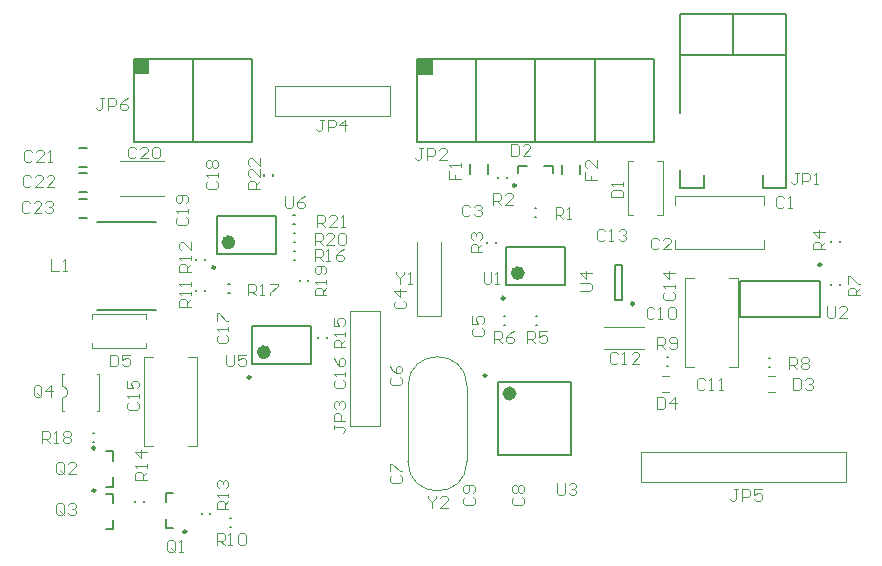
<source format=gto>
G04*
G04 #@! TF.GenerationSoftware,Altium Limited,Altium Designer,18.1.1 (9)*
G04*
G04 Layer_Color=65535*
%FSLAX42Y42*%
%MOMM*%
G71*
G01*
G75*
%ADD10C,0.12*%
%ADD11C,0.60*%
%ADD12C,0.25*%
%ADD13C,0.20*%
%ADD14C,0.15*%
G36*
X1100Y4825D02*
X1225Y4825D01*
Y4950D01*
X1100Y4950D01*
Y4825D01*
D02*
G37*
G36*
X3500Y4825D02*
X3625D01*
Y4950D01*
X3500D01*
Y4825D01*
D02*
G37*
D10*
X3420Y1546D02*
G03*
X3920Y1546I250J0D01*
G01*
Y2182D02*
G03*
X3420Y2182I-250J0D01*
G01*
X495Y2080D02*
G03*
X495Y2180I-5J50D01*
G01*
X3920Y1546D02*
Y2182D01*
X3420Y1546D02*
Y2182D01*
X788Y1975D02*
X805D01*
Y2285D01*
X788D02*
X805D01*
X495Y1975D02*
X512D01*
X495Y2285D02*
X512D01*
X495Y1975D02*
Y2080D01*
Y2180D02*
Y2285D01*
X5567Y2135D02*
X5633D01*
X5567Y2265D02*
X5633D01*
X6468D02*
X6532D01*
X6468Y2135D02*
X6532D01*
X5396Y1373D02*
Y1627D01*
X7128D01*
Y1373D02*
Y1627D01*
X5396Y1373D02*
X7128D01*
X2296Y4473D02*
X3266D01*
Y4727D01*
X2296D02*
X3266D01*
X2296Y4473D02*
Y4727D01*
X2933Y1846D02*
Y2816D01*
Y1846D02*
X3187D01*
Y2816D01*
X2933D02*
X3187D01*
X741Y2750D02*
Y2796D01*
X1199Y2504D02*
Y2550D01*
X741Y2504D02*
X1199D01*
X741D02*
Y2550D01*
Y2796D02*
X1199D01*
Y2750D02*
Y2796D01*
X5284Y3631D02*
X5329D01*
X5531Y4089D02*
X5576D01*
Y3631D02*
Y4089D01*
X5531Y3631D02*
X5576D01*
X5284D02*
Y4089D01*
X5329D01*
X6435Y3719D02*
Y3795D01*
Y3345D02*
Y3421D01*
X5685Y3795D02*
X6435D01*
X5685Y3719D02*
Y3795D01*
Y3345D02*
X6435D01*
X5685D02*
Y3421D01*
X6139Y3095D02*
X6215D01*
Y2345D02*
Y3095D01*
X6139Y2345D02*
X6215D01*
X5765Y3095D02*
X5841D01*
X5765Y2345D02*
X5841D01*
X5765D02*
Y3095D01*
X5080Y2680D02*
X5420D01*
X5080Y2500D02*
X5420D01*
X3700Y2780D02*
Y3400D01*
X3500Y2780D02*
X3700D01*
X3500D02*
Y3400D01*
X1559Y2427D02*
X1635D01*
Y1677D02*
Y2427D01*
X1559Y1677D02*
X1635D01*
X1185Y2427D02*
X1261D01*
X1185Y1677D02*
X1261D01*
X1185D02*
Y2427D01*
X985Y4090D02*
X1355D01*
X985Y3790D02*
X1355D01*
X3977Y2677D02*
X3960Y2660D01*
Y2627D01*
X3977Y2610D01*
X4043D01*
X4060Y2627D01*
Y2660D01*
X4043Y2677D01*
X3960Y2777D02*
Y2710D01*
X4010D01*
X3993Y2743D01*
Y2760D01*
X4010Y2777D01*
X4043D01*
X4060Y2760D01*
Y2727D01*
X4043Y2710D01*
X3317Y2907D02*
X3300Y2890D01*
Y2857D01*
X3317Y2840D01*
X3383D01*
X3400Y2857D01*
Y2890D01*
X3383Y2907D01*
X3400Y2990D02*
X3300D01*
X3350Y2940D01*
Y3007D01*
X4430Y2550D02*
Y2650D01*
X4480D01*
X4497Y2633D01*
Y2600D01*
X4480Y2583D01*
X4430D01*
X4463D02*
X4497Y2550D01*
X4597Y2650D02*
X4530D01*
Y2600D01*
X4563Y2617D01*
X4580D01*
X4597Y2600D01*
Y2567D01*
X4580Y2550D01*
X4547D01*
X4530Y2567D01*
X4150Y2550D02*
Y2650D01*
X4200D01*
X4217Y2633D01*
Y2600D01*
X4200Y2583D01*
X4150D01*
X4183D02*
X4217Y2550D01*
X4317Y2650D02*
X4283Y2633D01*
X4250Y2600D01*
Y2567D01*
X4267Y2550D01*
X4300D01*
X4317Y2567D01*
Y2583D01*
X4300Y2600D01*
X4250D01*
X2380Y3790D02*
Y3707D01*
X2397Y3690D01*
X2430D01*
X2447Y3707D01*
Y3790D01*
X2547D02*
X2513Y3773D01*
X2480Y3740D01*
Y3707D01*
X2497Y3690D01*
X2530D01*
X2547Y3707D01*
Y3723D01*
X2530Y3740D01*
X2480D01*
X2730Y2950D02*
X2630D01*
Y3000D01*
X2647Y3017D01*
X2680D01*
X2697Y3000D01*
Y2950D01*
Y2983D02*
X2730Y3017D01*
Y3050D02*
Y3083D01*
Y3067D01*
X2630D01*
X2647Y3050D01*
X2713Y3133D02*
X2730Y3150D01*
Y3183D01*
X2713Y3200D01*
X2647D01*
X2630Y3183D01*
Y3150D01*
X2647Y3133D01*
X2663D01*
X2680Y3150D01*
Y3200D01*
X1477Y3617D02*
X1460Y3600D01*
Y3567D01*
X1477Y3550D01*
X1543D01*
X1560Y3567D01*
Y3600D01*
X1543Y3617D01*
X1560Y3650D02*
Y3683D01*
Y3667D01*
X1460D01*
X1477Y3650D01*
X1543Y3733D02*
X1560Y3750D01*
Y3783D01*
X1543Y3800D01*
X1477D01*
X1460Y3783D01*
Y3750D01*
X1477Y3733D01*
X1493D01*
X1510Y3750D01*
Y3800D01*
X6650Y2330D02*
Y2430D01*
X6700D01*
X6717Y2413D01*
Y2380D01*
X6700Y2363D01*
X6650D01*
X6683D02*
X6717Y2330D01*
X6750Y2413D02*
X6767Y2430D01*
X6800D01*
X6817Y2413D01*
Y2397D01*
X6800Y2380D01*
X6817Y2363D01*
Y2347D01*
X6800Y2330D01*
X6767D01*
X6750Y2347D01*
Y2363D01*
X6767Y2380D01*
X6750Y2397D01*
Y2413D01*
X6767Y2380D02*
X6800D01*
X6970Y2860D02*
Y2777D01*
X6987Y2760D01*
X7020D01*
X7037Y2777D01*
Y2860D01*
X7137Y2760D02*
X7070D01*
X7137Y2827D01*
Y2843D01*
X7120Y2860D01*
X7087D01*
X7070Y2843D01*
X7250Y2950D02*
X7150D01*
Y3000D01*
X7167Y3017D01*
X7200D01*
X7217Y3000D01*
Y2950D01*
Y2983D02*
X7250Y3017D01*
X7150Y3050D02*
Y3117D01*
X7167D01*
X7233Y3050D01*
X7250D01*
X6950Y3340D02*
X6850D01*
Y3390D01*
X6867Y3407D01*
X6900D01*
X6917Y3390D01*
Y3340D01*
Y3373D02*
X6950Y3407D01*
Y3490D02*
X6850D01*
X6900Y3440D01*
Y3507D01*
X6727Y3990D02*
X6693D01*
X6710D01*
Y3907D01*
X6693Y3890D01*
X6677D01*
X6660Y3907D01*
X6760Y3890D02*
Y3990D01*
X6810D01*
X6827Y3973D01*
Y3940D01*
X6810Y3923D01*
X6760D01*
X6860Y3890D02*
X6893D01*
X6877D01*
Y3990D01*
X6860Y3973D01*
X6607Y3773D02*
X6590Y3790D01*
X6557D01*
X6540Y3773D01*
Y3707D01*
X6557Y3690D01*
X6590D01*
X6607Y3707D01*
X6640Y3690D02*
X6673D01*
X6657D01*
Y3790D01*
X6640Y3773D01*
X5140Y3780D02*
X5240D01*
Y3830D01*
X5223Y3847D01*
X5157D01*
X5140Y3830D01*
Y3780D01*
X5240Y3880D02*
Y3913D01*
Y3897D01*
X5140D01*
X5157Y3880D01*
X4920Y3997D02*
Y3930D01*
X4970D01*
Y3963D01*
Y3930D01*
X5020D01*
Y4097D02*
Y4030D01*
X4953Y4097D01*
X4937D01*
X4920Y4080D01*
Y4047D01*
X4937Y4030D01*
X4290Y4230D02*
Y4130D01*
X4340D01*
X4357Y4147D01*
Y4213D01*
X4340Y4230D01*
X4290D01*
X4457Y4130D02*
X4390D01*
X4457Y4197D01*
Y4213D01*
X4440Y4230D01*
X4407D01*
X4390Y4213D01*
X4140Y3720D02*
Y3820D01*
X4190D01*
X4207Y3803D01*
Y3770D01*
X4190Y3753D01*
X4140D01*
X4173D02*
X4207Y3720D01*
X4307D02*
X4240D01*
X4307Y3787D01*
Y3803D01*
X4290Y3820D01*
X4257D01*
X4240Y3803D01*
X3770Y4002D02*
Y3935D01*
X3820D01*
Y3968D01*
Y3935D01*
X3870D01*
Y4035D02*
Y4068D01*
Y4052D01*
X3770D01*
X3787Y4035D01*
X4670Y3600D02*
Y3700D01*
X4720D01*
X4737Y3683D01*
Y3650D01*
X4720Y3633D01*
X4670D01*
X4703D02*
X4737Y3600D01*
X4770D02*
X4803D01*
X4787D01*
Y3700D01*
X4770Y3683D01*
X3947Y3703D02*
X3930Y3720D01*
X3897D01*
X3880Y3703D01*
Y3637D01*
X3897Y3620D01*
X3930D01*
X3947Y3637D01*
X3980Y3703D02*
X3997Y3720D01*
X4030D01*
X4047Y3703D01*
Y3687D01*
X4030Y3670D01*
X4013D01*
X4030D01*
X4047Y3653D01*
Y3637D01*
X4030Y3620D01*
X3997D01*
X3980Y3637D01*
X4050Y3320D02*
X3950D01*
Y3370D01*
X3967Y3387D01*
X4000D01*
X4017Y3370D01*
Y3320D01*
Y3353D02*
X4050Y3387D01*
X3967Y3420D02*
X3950Y3437D01*
Y3470D01*
X3967Y3487D01*
X3983D01*
X4000Y3470D01*
Y3453D01*
Y3470D01*
X4017Y3487D01*
X4033D01*
X4050Y3470D01*
Y3437D01*
X4033Y3420D01*
X4060Y3150D02*
Y3067D01*
X4077Y3050D01*
X4110D01*
X4127Y3067D01*
Y3150D01*
X4160Y3050D02*
X4193D01*
X4177D01*
Y3150D01*
X4160Y3133D01*
X5087Y3493D02*
X5070Y3510D01*
X5037D01*
X5020Y3493D01*
Y3427D01*
X5037Y3410D01*
X5070D01*
X5087Y3427D01*
X5120Y3410D02*
X5153D01*
X5137D01*
Y3510D01*
X5120Y3493D01*
X5203D02*
X5220Y3510D01*
X5253D01*
X5270Y3493D01*
Y3477D01*
X5253Y3460D01*
X5237D01*
X5253D01*
X5270Y3443D01*
Y3427D01*
X5253Y3410D01*
X5220D01*
X5203Y3427D01*
X5547Y3423D02*
X5530Y3440D01*
X5497D01*
X5480Y3423D01*
Y3357D01*
X5497Y3340D01*
X5530D01*
X5547Y3357D01*
X5647Y3340D02*
X5580D01*
X5647Y3407D01*
Y3423D01*
X5630Y3440D01*
X5597D01*
X5580Y3423D01*
X5597Y2977D02*
X5580Y2960D01*
Y2927D01*
X5597Y2910D01*
X5663D01*
X5680Y2927D01*
Y2960D01*
X5663Y2977D01*
X5680Y3010D02*
Y3043D01*
Y3027D01*
X5580D01*
X5597Y3010D01*
X5680Y3143D02*
X5580D01*
X5630Y3093D01*
Y3160D01*
X5507Y2833D02*
X5490Y2850D01*
X5457D01*
X5440Y2833D01*
Y2767D01*
X5457Y2750D01*
X5490D01*
X5507Y2767D01*
X5540Y2750D02*
X5573D01*
X5557D01*
Y2850D01*
X5540Y2833D01*
X5623D02*
X5640Y2850D01*
X5673D01*
X5690Y2833D01*
Y2767D01*
X5673Y2750D01*
X5640D01*
X5623Y2767D01*
Y2833D01*
X5937Y2233D02*
X5920Y2250D01*
X5887D01*
X5870Y2233D01*
Y2167D01*
X5887Y2150D01*
X5920D01*
X5937Y2167D01*
X5970Y2150D02*
X6003D01*
X5987D01*
Y2250D01*
X5970Y2233D01*
X6053Y2150D02*
X6087D01*
X6070D01*
Y2250D01*
X6053Y2233D01*
X5530Y2090D02*
Y1990D01*
X5580D01*
X5597Y2007D01*
Y2073D01*
X5580Y2090D01*
X5530D01*
X5680Y1990D02*
Y2090D01*
X5630Y2040D01*
X5697D01*
X5530Y2500D02*
Y2600D01*
X5580D01*
X5597Y2583D01*
Y2550D01*
X5580Y2533D01*
X5530D01*
X5563D02*
X5597Y2500D01*
X5630Y2517D02*
X5647Y2500D01*
X5680D01*
X5697Y2517D01*
Y2583D01*
X5680Y2600D01*
X5647D01*
X5630Y2583D01*
Y2567D01*
X5647Y2550D01*
X5697D01*
X5197Y2453D02*
X5180Y2470D01*
X5147D01*
X5130Y2453D01*
Y2387D01*
X5147Y2370D01*
X5180D01*
X5197Y2387D01*
X5230Y2370D02*
X5263D01*
X5247D01*
Y2470D01*
X5230Y2453D01*
X5380Y2370D02*
X5313D01*
X5380Y2437D01*
Y2453D01*
X5363Y2470D01*
X5330D01*
X5313Y2453D01*
X6217Y1310D02*
X6183D01*
X6200D01*
Y1227D01*
X6183Y1210D01*
X6167D01*
X6150Y1227D01*
X6250Y1210D02*
Y1310D01*
X6300D01*
X6317Y1293D01*
Y1260D01*
X6300Y1243D01*
X6250D01*
X6417Y1310D02*
X6350D01*
Y1260D01*
X6383Y1277D01*
X6400D01*
X6417Y1260D01*
Y1227D01*
X6400Y1210D01*
X6367D01*
X6350Y1227D01*
X4680Y1360D02*
Y1277D01*
X4697Y1260D01*
X4730D01*
X4747Y1277D01*
Y1360D01*
X4780Y1343D02*
X4797Y1360D01*
X4830D01*
X4847Y1343D01*
Y1327D01*
X4830Y1310D01*
X4813D01*
X4830D01*
X4847Y1293D01*
Y1277D01*
X4830Y1260D01*
X4797D01*
X4780Y1277D01*
X4317Y1247D02*
X4300Y1230D01*
Y1197D01*
X4317Y1180D01*
X4383D01*
X4400Y1197D01*
Y1230D01*
X4383Y1247D01*
X4317Y1280D02*
X4300Y1297D01*
Y1330D01*
X4317Y1347D01*
X4333D01*
X4350Y1330D01*
X4367Y1347D01*
X4383D01*
X4400Y1330D01*
Y1297D01*
X4383Y1280D01*
X4367D01*
X4350Y1297D01*
X4333Y1280D01*
X4317D01*
X4350Y1297D02*
Y1330D01*
X3907Y1247D02*
X3890Y1230D01*
Y1197D01*
X3907Y1180D01*
X3973D01*
X3990Y1197D01*
Y1230D01*
X3973Y1247D01*
Y1280D02*
X3990Y1297D01*
Y1330D01*
X3973Y1347D01*
X3907D01*
X3890Y1330D01*
Y1297D01*
X3907Y1280D01*
X3923D01*
X3940Y1297D01*
Y1347D01*
X3590Y1250D02*
Y1233D01*
X3623Y1200D01*
X3657Y1233D01*
Y1250D01*
X3623Y1200D02*
Y1150D01*
X3757D02*
X3690D01*
X3757Y1217D01*
Y1233D01*
X3740Y1250D01*
X3707D01*
X3690Y1233D01*
X3287Y1427D02*
X3270Y1410D01*
Y1377D01*
X3287Y1360D01*
X3353D01*
X3370Y1377D01*
Y1410D01*
X3353Y1427D01*
X3270Y1460D02*
Y1527D01*
X3287D01*
X3353Y1460D01*
X3370D01*
X3287Y2257D02*
X3270Y2240D01*
Y2207D01*
X3287Y2190D01*
X3353D01*
X3370Y2207D01*
Y2240D01*
X3353Y2257D01*
X3270Y2357D02*
X3287Y2323D01*
X3320Y2290D01*
X3353D01*
X3370Y2307D01*
Y2340D01*
X3353Y2357D01*
X3337D01*
X3320Y2340D01*
Y2290D01*
X2790Y1857D02*
Y1823D01*
Y1840D01*
X2873D01*
X2890Y1823D01*
Y1807D01*
X2873Y1790D01*
X2890Y1890D02*
X2790D01*
Y1940D01*
X2807Y1957D01*
X2840D01*
X2857Y1940D01*
Y1890D01*
X2807Y1990D02*
X2790Y2007D01*
Y2040D01*
X2807Y2057D01*
X2823D01*
X2840Y2040D01*
Y2023D01*
Y2040D01*
X2857Y2057D01*
X2873D01*
X2890Y2040D01*
Y2007D01*
X2873Y1990D01*
X3320Y3150D02*
Y3133D01*
X3353Y3100D01*
X3387Y3133D01*
Y3150D01*
X3353Y3100D02*
Y3050D01*
X3420D02*
X3453D01*
X3437D01*
Y3150D01*
X3420Y3133D01*
X3547Y4200D02*
X3513D01*
X3530D01*
Y4117D01*
X3513Y4100D01*
X3497D01*
X3480Y4117D01*
X3580Y4100D02*
Y4200D01*
X3630D01*
X3647Y4183D01*
Y4150D01*
X3630Y4133D01*
X3580D01*
X3747Y4100D02*
X3680D01*
X3747Y4167D01*
Y4183D01*
X3730Y4200D01*
X3697D01*
X3680Y4183D01*
X2707Y4440D02*
X2673D01*
X2690D01*
Y4357D01*
X2673Y4340D01*
X2657D01*
X2640Y4357D01*
X2740Y4340D02*
Y4440D01*
X2790D01*
X2807Y4423D01*
Y4390D01*
X2790Y4373D01*
X2740D01*
X2890Y4340D02*
Y4440D01*
X2840Y4390D01*
X2907D01*
X847Y4620D02*
X813D01*
X830D01*
Y4537D01*
X813Y4520D01*
X797D01*
X780Y4537D01*
X880Y4520D02*
Y4620D01*
X930D01*
X947Y4603D01*
Y4570D01*
X930Y4553D01*
X880D01*
X1047Y4620D02*
X1013Y4603D01*
X980Y4570D01*
Y4537D01*
X997Y4520D01*
X1030D01*
X1047Y4537D01*
Y4553D01*
X1030Y4570D01*
X980D01*
X1727Y3917D02*
X1710Y3900D01*
Y3867D01*
X1727Y3850D01*
X1793D01*
X1810Y3867D01*
Y3900D01*
X1793Y3917D01*
X1810Y3950D02*
Y3983D01*
Y3967D01*
X1710D01*
X1727Y3950D01*
Y4033D02*
X1710Y4050D01*
Y4083D01*
X1727Y4100D01*
X1743D01*
X1760Y4083D01*
X1777Y4100D01*
X1793D01*
X1810Y4083D01*
Y4050D01*
X1793Y4033D01*
X1777D01*
X1760Y4050D01*
X1743Y4033D01*
X1727D01*
X1760Y4050D02*
Y4083D01*
X2170Y3850D02*
X2070D01*
Y3900D01*
X2087Y3917D01*
X2120D01*
X2137Y3900D01*
Y3850D01*
Y3883D02*
X2170Y3917D01*
Y4017D02*
Y3950D01*
X2103Y4017D01*
X2087D01*
X2070Y4000D01*
Y3967D01*
X2087Y3950D01*
X2170Y4117D02*
Y4050D01*
X2103Y4117D01*
X2087D01*
X2070Y4100D01*
Y4067D01*
X2087Y4050D01*
X2650Y3530D02*
Y3630D01*
X2700D01*
X2717Y3613D01*
Y3580D01*
X2700Y3563D01*
X2650D01*
X2683D02*
X2717Y3530D01*
X2817D02*
X2750D01*
X2817Y3597D01*
Y3613D01*
X2800Y3630D01*
X2767D01*
X2750Y3613D01*
X2850Y3530D02*
X2883D01*
X2867D01*
Y3630D01*
X2850Y3613D01*
X2630Y3380D02*
Y3480D01*
X2680D01*
X2697Y3463D01*
Y3430D01*
X2680Y3413D01*
X2630D01*
X2663D02*
X2697Y3380D01*
X2797D02*
X2730D01*
X2797Y3447D01*
Y3463D01*
X2780Y3480D01*
X2747D01*
X2730Y3463D01*
X2830D02*
X2847Y3480D01*
X2880D01*
X2897Y3463D01*
Y3397D01*
X2880Y3380D01*
X2847D01*
X2830Y3397D01*
Y3463D01*
X2807Y2237D02*
X2790Y2220D01*
Y2187D01*
X2807Y2170D01*
X2873D01*
X2890Y2187D01*
Y2220D01*
X2873Y2237D01*
X2890Y2270D02*
Y2303D01*
Y2287D01*
X2790D01*
X2807Y2270D01*
X2790Y2420D02*
X2807Y2387D01*
X2840Y2353D01*
X2873D01*
X2890Y2370D01*
Y2403D01*
X2873Y2420D01*
X2857D01*
X2840Y2403D01*
Y2353D01*
X2890Y2510D02*
X2790D01*
Y2560D01*
X2807Y2577D01*
X2840D01*
X2857Y2560D01*
Y2510D01*
Y2543D02*
X2890Y2577D01*
Y2610D02*
Y2643D01*
Y2627D01*
X2790D01*
X2807Y2610D01*
X2790Y2760D02*
Y2693D01*
X2840D01*
X2823Y2727D01*
Y2743D01*
X2840Y2760D01*
X2873D01*
X2890Y2743D01*
Y2710D01*
X2873Y2693D01*
X1880Y2450D02*
Y2367D01*
X1897Y2350D01*
X1930D01*
X1947Y2367D01*
Y2450D01*
X2047D02*
X1980D01*
Y2400D01*
X2013Y2417D01*
X2030D01*
X2047Y2400D01*
Y2367D01*
X2030Y2350D01*
X1997D01*
X1980Y2367D01*
X2070Y2950D02*
Y3050D01*
X2120D01*
X2137Y3033D01*
Y3000D01*
X2120Y2983D01*
X2070D01*
X2103D02*
X2137Y2950D01*
X2170D02*
X2203D01*
X2187D01*
Y3050D01*
X2170Y3033D01*
X2253Y3050D02*
X2320D01*
Y3033D01*
X2253Y2967D01*
Y2950D01*
X1580Y3150D02*
X1480D01*
Y3200D01*
X1497Y3217D01*
X1530D01*
X1547Y3200D01*
Y3150D01*
Y3183D02*
X1580Y3217D01*
Y3250D02*
Y3283D01*
Y3267D01*
X1480D01*
X1497Y3250D01*
X1580Y3400D02*
Y3333D01*
X1513Y3400D01*
X1497D01*
X1480Y3383D01*
Y3350D01*
X1497Y3333D01*
X1580Y2850D02*
X1480D01*
Y2900D01*
X1497Y2917D01*
X1530D01*
X1547Y2900D01*
Y2850D01*
Y2883D02*
X1580Y2917D01*
Y2950D02*
Y2983D01*
Y2967D01*
X1480D01*
X1497Y2950D01*
X1580Y3033D02*
Y3067D01*
Y3050D01*
X1480D01*
X1497Y3033D01*
X1817Y2617D02*
X1800Y2600D01*
Y2567D01*
X1817Y2550D01*
X1883D01*
X1900Y2567D01*
Y2600D01*
X1883Y2617D01*
X1900Y2650D02*
Y2683D01*
Y2667D01*
X1800D01*
X1817Y2650D01*
X1800Y2733D02*
Y2800D01*
X1817D01*
X1883Y2733D01*
X1900D01*
Y1140D02*
X1800D01*
Y1190D01*
X1817Y1207D01*
X1850D01*
X1867Y1190D01*
Y1140D01*
Y1173D02*
X1900Y1207D01*
Y1240D02*
Y1273D01*
Y1257D01*
X1800D01*
X1817Y1240D01*
Y1323D02*
X1800Y1340D01*
Y1373D01*
X1817Y1390D01*
X1833D01*
X1850Y1373D01*
Y1357D01*
Y1373D01*
X1867Y1390D01*
X1883D01*
X1900Y1373D01*
Y1340D01*
X1883Y1323D01*
X1800Y840D02*
Y940D01*
X1850D01*
X1867Y923D01*
Y890D01*
X1850Y873D01*
X1800D01*
X1833D02*
X1867Y840D01*
X1900D02*
X1933D01*
X1917D01*
Y940D01*
X1900Y923D01*
X1983D02*
X2000Y940D01*
X2033D01*
X2050Y923D01*
Y857D01*
X2033Y840D01*
X2000D01*
X1983Y857D01*
Y923D01*
X1447Y797D02*
Y863D01*
X1430Y880D01*
X1397D01*
X1380Y863D01*
Y797D01*
X1397Y780D01*
X1430D01*
X1413Y813D02*
X1447Y780D01*
X1430D02*
X1447Y797D01*
X1480Y780D02*
X1513D01*
X1497D01*
Y880D01*
X1480Y863D01*
X1210Y1390D02*
X1110D01*
Y1440D01*
X1127Y1457D01*
X1160D01*
X1177Y1440D01*
Y1390D01*
Y1423D02*
X1210Y1457D01*
Y1490D02*
Y1523D01*
Y1507D01*
X1110D01*
X1127Y1490D01*
X1210Y1623D02*
X1110D01*
X1160Y1573D01*
Y1640D01*
X507Y1107D02*
Y1173D01*
X490Y1190D01*
X457D01*
X440Y1173D01*
Y1107D01*
X457Y1090D01*
X490D01*
X473Y1123D02*
X507Y1090D01*
X490D02*
X507Y1107D01*
X540Y1173D02*
X557Y1190D01*
X590D01*
X607Y1173D01*
Y1157D01*
X590Y1140D01*
X573D01*
X590D01*
X607Y1123D01*
Y1107D01*
X590Y1090D01*
X557D01*
X540Y1107D01*
X507Y1457D02*
Y1523D01*
X490Y1540D01*
X457D01*
X440Y1523D01*
Y1457D01*
X457Y1440D01*
X490D01*
X473Y1473D02*
X507Y1440D01*
X490D02*
X507Y1457D01*
X607Y1440D02*
X540D01*
X607Y1507D01*
Y1523D01*
X590Y1540D01*
X557D01*
X540Y1523D01*
X320Y1700D02*
Y1800D01*
X370D01*
X387Y1783D01*
Y1750D01*
X370Y1733D01*
X320D01*
X353D02*
X387Y1700D01*
X420D02*
X453D01*
X437D01*
Y1800D01*
X420Y1783D01*
X503D02*
X520Y1800D01*
X553D01*
X570Y1783D01*
Y1767D01*
X553Y1750D01*
X570Y1733D01*
Y1717D01*
X553Y1700D01*
X520D01*
X503Y1717D01*
Y1733D01*
X520Y1750D01*
X503Y1767D01*
Y1783D01*
X520Y1750D02*
X553D01*
X317Y2107D02*
Y2173D01*
X300Y2190D01*
X267D01*
X250Y2173D01*
Y2107D01*
X267Y2090D01*
X300D01*
X283Y2123D02*
X317Y2090D01*
X300D02*
X317Y2107D01*
X400Y2090D02*
Y2190D01*
X350Y2140D01*
X417D01*
X1057Y2047D02*
X1040Y2030D01*
Y1997D01*
X1057Y1980D01*
X1123D01*
X1140Y1997D01*
Y2030D01*
X1123Y2047D01*
X1140Y2080D02*
Y2113D01*
Y2097D01*
X1040D01*
X1057Y2080D01*
X1040Y2230D02*
Y2163D01*
X1090D01*
X1073Y2197D01*
Y2213D01*
X1090Y2230D01*
X1123D01*
X1140Y2213D01*
Y2180D01*
X1123Y2163D01*
X900Y2450D02*
Y2350D01*
X950D01*
X967Y2367D01*
Y2433D01*
X950Y2450D01*
X900D01*
X1067D02*
X1000D01*
Y2400D01*
X1033Y2417D01*
X1050D01*
X1067Y2400D01*
Y2367D01*
X1050Y2350D01*
X1017D01*
X1000Y2367D01*
X400Y3260D02*
Y3160D01*
X467D01*
X500D02*
X533D01*
X517D01*
Y3260D01*
X500Y3243D01*
X1117Y4193D02*
X1100Y4210D01*
X1067D01*
X1050Y4193D01*
Y4127D01*
X1067Y4110D01*
X1100D01*
X1117Y4127D01*
X1217Y4110D02*
X1150D01*
X1217Y4177D01*
Y4193D01*
X1200Y4210D01*
X1167D01*
X1150Y4193D01*
X1250D02*
X1267Y4210D01*
X1300D01*
X1317Y4193D01*
Y4127D01*
X1300Y4110D01*
X1267D01*
X1250Y4127D01*
Y4193D01*
X217Y3733D02*
X200Y3750D01*
X167D01*
X150Y3733D01*
Y3667D01*
X167Y3650D01*
X200D01*
X217Y3667D01*
X317Y3650D02*
X250D01*
X317Y3717D01*
Y3733D01*
X300Y3750D01*
X267D01*
X250Y3733D01*
X350D02*
X367Y3750D01*
X400D01*
X417Y3733D01*
Y3717D01*
X400Y3700D01*
X383D01*
X400D01*
X417Y3683D01*
Y3667D01*
X400Y3650D01*
X367D01*
X350Y3667D01*
X227Y3953D02*
X210Y3970D01*
X177D01*
X160Y3953D01*
Y3887D01*
X177Y3870D01*
X210D01*
X227Y3887D01*
X327Y3870D02*
X260D01*
X327Y3937D01*
Y3953D01*
X310Y3970D01*
X277D01*
X260Y3953D01*
X427Y3870D02*
X360D01*
X427Y3937D01*
Y3953D01*
X410Y3970D01*
X377D01*
X360Y3953D01*
X237Y4163D02*
X220Y4180D01*
X187D01*
X170Y4163D01*
Y4097D01*
X187Y4080D01*
X220D01*
X237Y4097D01*
X337Y4080D02*
X270D01*
X337Y4147D01*
Y4163D01*
X320Y4180D01*
X287D01*
X270Y4163D01*
X370Y4080D02*
X403D01*
X387D01*
Y4180D01*
X370Y4163D01*
X4880Y2990D02*
X4963D01*
X4980Y3007D01*
Y3040D01*
X4963Y3057D01*
X4880D01*
X4980Y3140D02*
X4880D01*
X4930Y3090D01*
Y3157D01*
X2630Y3240D02*
Y3340D01*
X2680D01*
X2697Y3323D01*
Y3290D01*
X2680Y3273D01*
X2630D01*
X2663D02*
X2697Y3240D01*
X2730D02*
X2763D01*
X2747D01*
Y3340D01*
X2730Y3323D01*
X2880Y3340D02*
X2847Y3323D01*
X2813Y3290D01*
Y3257D01*
X2830Y3240D01*
X2863D01*
X2880Y3257D01*
Y3273D01*
X2863Y3290D01*
X2813D01*
X6680Y2250D02*
Y2150D01*
X6730D01*
X6747Y2167D01*
Y2233D01*
X6730Y2250D01*
X6680D01*
X6780Y2233D02*
X6797Y2250D01*
X6830D01*
X6847Y2233D01*
Y2217D01*
X6830Y2200D01*
X6813D01*
X6830D01*
X6847Y2183D01*
Y2167D01*
X6830Y2150D01*
X6797D01*
X6780Y2167D01*
D11*
X4310Y2120D02*
G03*
X4310Y2120I-30J0D01*
G01*
X1930Y3400D02*
G03*
X1930Y3400I-30J0D01*
G01*
X2230Y2470D02*
G03*
X2230Y2470I-30J0D01*
G01*
X4380Y3140D02*
G03*
X4380Y3140I-30J0D01*
G01*
D12*
X4083Y2273D02*
G03*
X4083Y2273I-12J0D01*
G01*
X6918Y3212D02*
G03*
X6918Y3212I-12J0D01*
G01*
X5333Y2880D02*
G03*
X5333Y2880I-12J0D01*
G01*
X772Y1300D02*
G03*
X772Y1300I-12J0D01*
G01*
Y1660D02*
G03*
X772Y1660I-12J0D01*
G01*
X1543Y950D02*
G03*
X1543Y950I-12J0D01*
G01*
X1787Y3188D02*
G03*
X1787Y3188I-12J0D01*
G01*
X2087Y2258D02*
G03*
X2087Y2258I-12J0D01*
G01*
X4237Y2927D02*
G03*
X4237Y2927I-12J0D01*
G01*
X4333Y3883D02*
G03*
X4333Y3883I-12J0D01*
G01*
D13*
X4180Y1600D02*
X4800D01*
X4180Y2220D02*
X4800D01*
Y1600D02*
Y2220D01*
X4180Y1600D02*
Y2220D01*
X6235Y2765D02*
Y3075D01*
X6905Y2765D02*
Y3075D01*
X6235Y2765D02*
X6905D01*
X6235Y3075D02*
X6905D01*
X5170Y2910D02*
X5230D01*
X5170Y3210D02*
X5230D01*
Y2910D02*
Y3210D01*
X5170Y2910D02*
Y3210D01*
X860Y1270D02*
X920D01*
Y1190D02*
Y1270D01*
X860Y970D02*
X920D01*
Y1050D01*
X860Y1630D02*
X920D01*
Y1550D02*
Y1630D01*
X860Y1330D02*
X920D01*
Y1410D01*
X1370Y980D02*
X1430D01*
X1370D02*
Y1060D01*
Y1280D02*
X1430D01*
X1370Y1200D02*
Y1280D01*
X1800Y3300D02*
X2300D01*
X1800Y3620D02*
X2300D01*
X1800Y3300D02*
Y3620D01*
X2300Y3300D02*
Y3620D01*
X2100Y2370D02*
X2600D01*
X2100Y2690D02*
X2600D01*
X2100Y2370D02*
Y2690D01*
X2600Y2370D02*
Y2690D01*
X4250Y3040D02*
X4750D01*
X4250Y3360D02*
X4750D01*
X4250Y3040D02*
Y3360D01*
X4750Y3040D02*
Y3360D01*
X4878Y3975D02*
Y4055D01*
X4722Y3975D02*
Y4055D01*
X4097Y3980D02*
Y4060D01*
X3942Y3980D02*
Y4060D01*
X2277Y3965D02*
Y3975D01*
X2202Y3965D02*
Y3975D01*
X2450Y3553D02*
X2460D01*
X2450Y3628D02*
X2460D01*
X2455Y3403D02*
X2465D01*
X2455Y3478D02*
X2465D01*
X2502Y3075D02*
Y3085D01*
X2577Y3075D02*
Y3085D01*
X755Y1712D02*
X765D01*
X755Y1788D02*
X765D01*
X1900Y2973D02*
X1910D01*
X1900Y3048D02*
X1910D01*
X2455Y3328D02*
X2465D01*
X2455Y3253D02*
X2465D01*
X2662Y2590D02*
Y2600D01*
X2738Y2590D02*
Y2600D01*
X1188Y1200D02*
Y1210D01*
X1112Y1200D02*
Y1210D01*
X1748Y1100D02*
Y1110D01*
X1673Y1100D02*
Y1110D01*
X1623Y3250D02*
Y3260D01*
X1698Y3250D02*
Y3260D01*
X1623Y2990D02*
Y3000D01*
X1698Y2990D02*
Y3000D01*
X1915Y993D02*
X1925D01*
X1915Y1068D02*
X1925D01*
X5610Y2352D02*
X5620D01*
X5610Y2427D02*
X5620D01*
X6475Y2417D02*
X6485D01*
X6475Y2342D02*
X6485D01*
X7003Y3040D02*
Y3050D01*
X7078Y3040D02*
Y3050D01*
X4230Y2702D02*
X4240D01*
X4230Y2777D02*
X4240D01*
X4505D02*
X4515D01*
X4505Y2702D02*
X4515D01*
X7003Y3400D02*
Y3410D01*
X7078Y3400D02*
Y3410D01*
X4162Y3395D02*
Y3405D01*
X4088Y3395D02*
Y3405D01*
X4258Y3945D02*
Y3955D01*
X4183Y3945D02*
Y3955D01*
X4495Y3612D02*
X4505D01*
X4495Y3688D02*
X4505D01*
X635Y3770D02*
X705D01*
X635Y3610D02*
X705D01*
X635Y3990D02*
X705D01*
X635Y3830D02*
X705D01*
X635Y4200D02*
X705D01*
X635Y4040D02*
X705D01*
X4650Y3983D02*
Y4043D01*
X4570D02*
X4650D01*
X4350Y3983D02*
Y4043D01*
X4430D01*
D14*
X5725Y3860D02*
Y4015D01*
Y4495D02*
Y5335D01*
X790Y3575D02*
X1288D01*
X790Y2825D02*
X1288D01*
X6175Y4985D02*
Y5335D01*
X6625Y3860D02*
Y3970D01*
Y5335D01*
X6425Y3860D02*
X6625D01*
X6425D02*
Y3970D01*
X5725Y4985D02*
X6622D01*
X5725Y5335D02*
X6625D01*
X5925Y3860D02*
Y3970D01*
X5725Y3860D02*
X5925D01*
X3500Y4825D02*
X3625D01*
Y4950D01*
X5000Y4250D02*
Y4950D01*
X4500Y4250D02*
Y4950D01*
X4000Y4250D02*
Y4950D01*
X3500Y4250D02*
Y4950D01*
X5500D01*
Y4250D02*
Y4950D01*
X3500Y4250D02*
X5500D01*
X1100D02*
X2100D01*
X1100Y4950D02*
X2100D01*
X1100Y4250D02*
Y4950D01*
X1600Y4250D02*
Y4950D01*
X2100Y4250D02*
Y4950D01*
M02*

</source>
